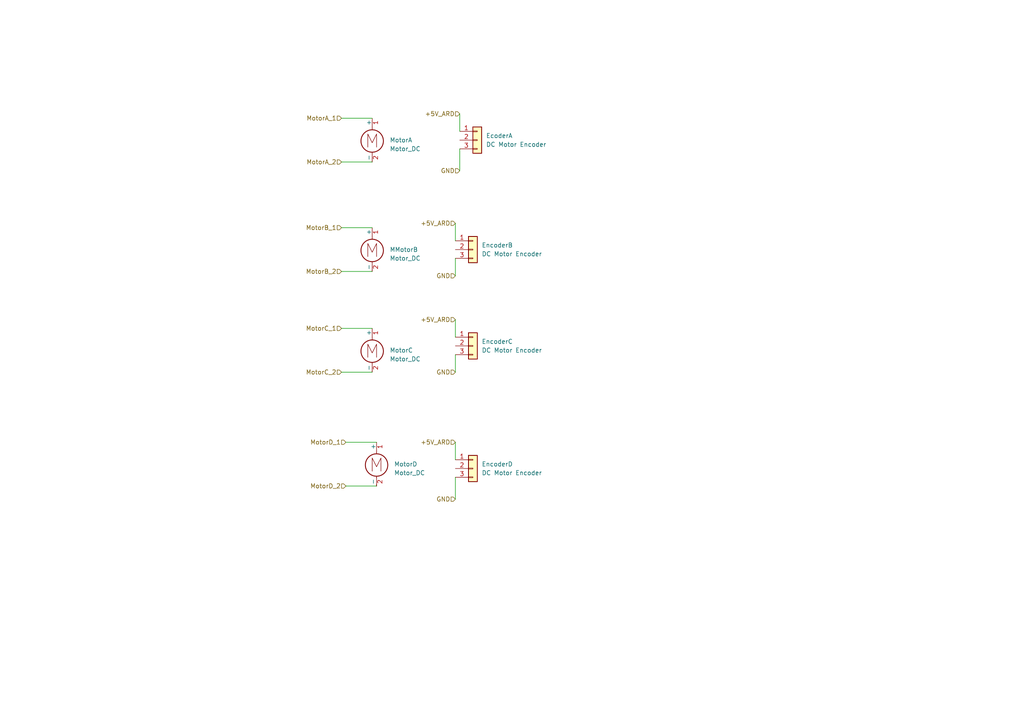
<source format=kicad_sch>
(kicad_sch
	(version 20250114)
	(generator "eeschema")
	(generator_version "9.0")
	(uuid "25d53212-260a-4f20-bc5c-c4605ec85310")
	(paper "A4")
	(lib_symbols
		(symbol "Connector_Generic:Conn_01x03"
			(pin_names
				(offset 1.016)
				(hide yes)
			)
			(exclude_from_sim no)
			(in_bom yes)
			(on_board yes)
			(property "Reference" "J"
				(at 0 5.08 0)
				(effects
					(font
						(size 1.27 1.27)
					)
				)
			)
			(property "Value" "Conn_01x03"
				(at 0 -5.08 0)
				(effects
					(font
						(size 1.27 1.27)
					)
				)
			)
			(property "Footprint" ""
				(at 0 0 0)
				(effects
					(font
						(size 1.27 1.27)
					)
					(hide yes)
				)
			)
			(property "Datasheet" "~"
				(at 0 0 0)
				(effects
					(font
						(size 1.27 1.27)
					)
					(hide yes)
				)
			)
			(property "Description" "Generic connector, single row, 01x03, script generated (kicad-library-utils/schlib/autogen/connector/)"
				(at 0 0 0)
				(effects
					(font
						(size 1.27 1.27)
					)
					(hide yes)
				)
			)
			(property "ki_keywords" "connector"
				(at 0 0 0)
				(effects
					(font
						(size 1.27 1.27)
					)
					(hide yes)
				)
			)
			(property "ki_fp_filters" "Connector*:*_1x??_*"
				(at 0 0 0)
				(effects
					(font
						(size 1.27 1.27)
					)
					(hide yes)
				)
			)
			(symbol "Conn_01x03_1_1"
				(rectangle
					(start -1.27 3.81)
					(end 1.27 -3.81)
					(stroke
						(width 0.254)
						(type default)
					)
					(fill
						(type background)
					)
				)
				(rectangle
					(start -1.27 2.667)
					(end 0 2.413)
					(stroke
						(width 0.1524)
						(type default)
					)
					(fill
						(type none)
					)
				)
				(rectangle
					(start -1.27 0.127)
					(end 0 -0.127)
					(stroke
						(width 0.1524)
						(type default)
					)
					(fill
						(type none)
					)
				)
				(rectangle
					(start -1.27 -2.413)
					(end 0 -2.667)
					(stroke
						(width 0.1524)
						(type default)
					)
					(fill
						(type none)
					)
				)
				(pin passive line
					(at -5.08 2.54 0)
					(length 3.81)
					(name "Pin_1"
						(effects
							(font
								(size 1.27 1.27)
							)
						)
					)
					(number "1"
						(effects
							(font
								(size 1.27 1.27)
							)
						)
					)
				)
				(pin passive line
					(at -5.08 0 0)
					(length 3.81)
					(name "Pin_2"
						(effects
							(font
								(size 1.27 1.27)
							)
						)
					)
					(number "2"
						(effects
							(font
								(size 1.27 1.27)
							)
						)
					)
				)
				(pin passive line
					(at -5.08 -2.54 0)
					(length 3.81)
					(name "Pin_3"
						(effects
							(font
								(size 1.27 1.27)
							)
						)
					)
					(number "3"
						(effects
							(font
								(size 1.27 1.27)
							)
						)
					)
				)
			)
			(embedded_fonts no)
		)
		(symbol "Motor:Motor_DC"
			(pin_names
				(offset 0)
			)
			(exclude_from_sim no)
			(in_bom yes)
			(on_board yes)
			(property "Reference" "M"
				(at 2.54 2.54 0)
				(effects
					(font
						(size 1.27 1.27)
					)
					(justify left)
				)
			)
			(property "Value" "Motor_DC"
				(at 2.54 -5.08 0)
				(effects
					(font
						(size 1.27 1.27)
					)
					(justify left top)
				)
			)
			(property "Footprint" ""
				(at 0 -2.286 0)
				(effects
					(font
						(size 1.27 1.27)
					)
					(hide yes)
				)
			)
			(property "Datasheet" "~"
				(at 0 -2.286 0)
				(effects
					(font
						(size 1.27 1.27)
					)
					(hide yes)
				)
			)
			(property "Description" "DC Motor"
				(at 0 0 0)
				(effects
					(font
						(size 1.27 1.27)
					)
					(hide yes)
				)
			)
			(property "ki_keywords" "DC Motor"
				(at 0 0 0)
				(effects
					(font
						(size 1.27 1.27)
					)
					(hide yes)
				)
			)
			(property "ki_fp_filters" "PinHeader*P2.54mm* TerminalBlock*"
				(at 0 0 0)
				(effects
					(font
						(size 1.27 1.27)
					)
					(hide yes)
				)
			)
			(symbol "Motor_DC_0_0"
				(polyline
					(pts
						(xy -1.27 -3.302) (xy -1.27 0.508) (xy 0 -2.032) (xy 1.27 0.508) (xy 1.27 -3.302)
					)
					(stroke
						(width 0)
						(type default)
					)
					(fill
						(type none)
					)
				)
			)
			(symbol "Motor_DC_0_1"
				(polyline
					(pts
						(xy 0 2.032) (xy 0 2.54)
					)
					(stroke
						(width 0)
						(type default)
					)
					(fill
						(type none)
					)
				)
				(polyline
					(pts
						(xy 0 1.7272) (xy 0 2.0828)
					)
					(stroke
						(width 0)
						(type default)
					)
					(fill
						(type none)
					)
				)
				(circle
					(center 0 -1.524)
					(radius 3.2512)
					(stroke
						(width 0.254)
						(type default)
					)
					(fill
						(type none)
					)
				)
				(polyline
					(pts
						(xy 0 -4.7752) (xy 0 -5.1816)
					)
					(stroke
						(width 0)
						(type default)
					)
					(fill
						(type none)
					)
				)
				(polyline
					(pts
						(xy 0 -7.62) (xy 0 -7.112)
					)
					(stroke
						(width 0)
						(type default)
					)
					(fill
						(type none)
					)
				)
			)
			(symbol "Motor_DC_1_1"
				(pin passive line
					(at 0 5.08 270)
					(length 2.54)
					(name "+"
						(effects
							(font
								(size 1.27 1.27)
							)
						)
					)
					(number "1"
						(effects
							(font
								(size 1.27 1.27)
							)
						)
					)
				)
				(pin passive line
					(at 0 -7.62 90)
					(length 2.54)
					(name "-"
						(effects
							(font
								(size 1.27 1.27)
							)
						)
					)
					(number "2"
						(effects
							(font
								(size 1.27 1.27)
							)
						)
					)
				)
			)
			(embedded_fonts no)
		)
	)
	(wire
		(pts
			(xy 132.08 74.93) (xy 132.08 80.01)
		)
		(stroke
			(width 0)
			(type default)
		)
		(uuid "0d00ac9a-da4f-490c-bd38-4a935785483e")
	)
	(wire
		(pts
			(xy 132.08 128.27) (xy 132.08 133.35)
		)
		(stroke
			(width 0)
			(type default)
		)
		(uuid "14e5b066-5f95-41c9-83e8-daf368793a45")
	)
	(wire
		(pts
			(xy 132.08 92.71) (xy 132.08 97.79)
		)
		(stroke
			(width 0)
			(type default)
		)
		(uuid "1e1161b6-17fa-4461-81d8-d38b7b2b9ae4")
	)
	(wire
		(pts
			(xy 99.06 78.74) (xy 107.95 78.74)
		)
		(stroke
			(width 0)
			(type default)
		)
		(uuid "4d1c670c-e6df-47ce-a0c0-df0e5e82e20a")
	)
	(wire
		(pts
			(xy 99.06 34.29) (xy 107.95 34.29)
		)
		(stroke
			(width 0)
			(type default)
		)
		(uuid "4d6d91bb-4a85-4a0b-b1a2-dd54d367c15f")
	)
	(wire
		(pts
			(xy 99.06 46.99) (xy 107.95 46.99)
		)
		(stroke
			(width 0)
			(type default)
		)
		(uuid "4e3b19fc-74f3-4898-a98c-a870fcc7a937")
	)
	(wire
		(pts
			(xy 99.06 95.25) (xy 107.95 95.25)
		)
		(stroke
			(width 0)
			(type default)
		)
		(uuid "774d2b42-c540-49c4-8b51-ae94e22c3960")
	)
	(wire
		(pts
			(xy 99.06 66.04) (xy 107.95 66.04)
		)
		(stroke
			(width 0)
			(type default)
		)
		(uuid "838c30cb-5d96-4f70-8b22-49426f22a115")
	)
	(wire
		(pts
			(xy 133.35 43.18) (xy 133.35 49.53)
		)
		(stroke
			(width 0)
			(type default)
		)
		(uuid "90c1d9a8-d0d0-49aa-a7e6-bae72e59e4e2")
	)
	(wire
		(pts
			(xy 132.08 102.87) (xy 132.08 107.95)
		)
		(stroke
			(width 0)
			(type default)
		)
		(uuid "a1577218-6b3b-4494-a618-cb0f8c40d254")
	)
	(wire
		(pts
			(xy 100.33 128.27) (xy 109.22 128.27)
		)
		(stroke
			(width 0)
			(type default)
		)
		(uuid "a62469e0-a3ff-4a0e-afa4-c9a38be270d2")
	)
	(wire
		(pts
			(xy 132.08 64.77) (xy 132.08 69.85)
		)
		(stroke
			(width 0)
			(type default)
		)
		(uuid "baf7a07c-e347-40de-a523-c1ffdf3f62b8")
	)
	(wire
		(pts
			(xy 133.35 33.02) (xy 133.35 38.1)
		)
		(stroke
			(width 0)
			(type default)
		)
		(uuid "c3853f07-4ee1-4393-90b7-05a37c12c404")
	)
	(wire
		(pts
			(xy 100.33 140.97) (xy 109.22 140.97)
		)
		(stroke
			(width 0)
			(type default)
		)
		(uuid "cc44fb0f-f252-45c1-b533-ba389f7b55f6")
	)
	(wire
		(pts
			(xy 132.08 138.43) (xy 132.08 144.78)
		)
		(stroke
			(width 0)
			(type default)
		)
		(uuid "d1775708-0cf8-4e05-9f21-b3beee3f5911")
	)
	(wire
		(pts
			(xy 99.06 107.95) (xy 107.95 107.95)
		)
		(stroke
			(width 0)
			(type default)
		)
		(uuid "d74afcfc-95e3-4304-84af-ee14d2bb1ce4")
	)
	(hierarchical_label "MotorA_1"
		(shape input)
		(at 99.06 34.29 180)
		(effects
			(font
				(size 1.27 1.27)
			)
			(justify right)
		)
		(uuid "0d03891d-5eea-43db-a6da-a057e5b7a365")
	)
	(hierarchical_label "GND"
		(shape input)
		(at 133.35 49.53 180)
		(effects
			(font
				(size 1.27 1.27)
			)
			(justify right)
		)
		(uuid "11296a58-aeac-493f-b5ff-eb926bda3dc5")
	)
	(hierarchical_label "MotorA_2"
		(shape input)
		(at 99.06 46.99 180)
		(effects
			(font
				(size 1.27 1.27)
			)
			(justify right)
		)
		(uuid "1934bf24-e35c-465d-bb0a-cad1dd91a1cd")
	)
	(hierarchical_label "MotorB_2"
		(shape input)
		(at 99.06 78.74 180)
		(effects
			(font
				(size 1.27 1.27)
			)
			(justify right)
		)
		(uuid "1b047c31-cd5d-4506-afa6-6566aeeac47e")
	)
	(hierarchical_label "MotorD_1"
		(shape input)
		(at 100.33 128.27 180)
		(effects
			(font
				(size 1.27 1.27)
			)
			(justify right)
		)
		(uuid "2fac163a-0436-438f-8f5e-93149faa201f")
	)
	(hierarchical_label "MotorC_1"
		(shape input)
		(at 99.06 95.25 180)
		(effects
			(font
				(size 1.27 1.27)
			)
			(justify right)
		)
		(uuid "3184687b-8025-4b58-b138-80ea682decae")
	)
	(hierarchical_label "GND"
		(shape input)
		(at 132.08 80.01 180)
		(effects
			(font
				(size 1.27 1.27)
			)
			(justify right)
		)
		(uuid "31e0f20e-8399-4903-97aa-f9558a5b1cb6")
	)
	(hierarchical_label "+5V_ARD"
		(shape input)
		(at 132.08 128.27 180)
		(effects
			(font
				(size 1.27 1.27)
			)
			(justify right)
		)
		(uuid "31f746ec-732c-4714-99f5-aea46d655931")
	)
	(hierarchical_label "+5V_ARD"
		(shape input)
		(at 133.35 33.02 180)
		(effects
			(font
				(size 1.27 1.27)
			)
			(justify right)
		)
		(uuid "4f835e8c-c92d-483a-b9de-26f0f8a2f7b3")
	)
	(hierarchical_label "MotorB_1"
		(shape input)
		(at 99.06 66.04 180)
		(effects
			(font
				(size 1.27 1.27)
			)
			(justify right)
		)
		(uuid "5d6266d2-4968-49b8-b9c9-17c0f49e0657")
	)
	(hierarchical_label "GND"
		(shape input)
		(at 132.08 144.78 180)
		(effects
			(font
				(size 1.27 1.27)
			)
			(justify right)
		)
		(uuid "69c101ac-b79c-486d-8e06-330a61d19084")
	)
	(hierarchical_label "+5V_ARD"
		(shape input)
		(at 132.08 64.77 180)
		(effects
			(font
				(size 1.27 1.27)
			)
			(justify right)
		)
		(uuid "a0159a3e-5ac1-4704-9cc5-642e32644058")
	)
	(hierarchical_label "MotorC_2"
		(shape input)
		(at 99.06 107.95 180)
		(effects
			(font
				(size 1.27 1.27)
			)
			(justify right)
		)
		(uuid "a2f93a80-9b78-4b4a-b2d8-c43fbf24db6e")
	)
	(hierarchical_label "MotorD_2"
		(shape input)
		(at 100.33 140.97 180)
		(effects
			(font
				(size 1.27 1.27)
			)
			(justify right)
		)
		(uuid "cd34b4e2-c48d-4a1a-b2b5-5017444fec1a")
	)
	(hierarchical_label "GND"
		(shape input)
		(at 132.08 107.95 180)
		(effects
			(font
				(size 1.27 1.27)
			)
			(justify right)
		)
		(uuid "d6aaa024-3d49-4604-9f0b-51522d7434b0")
	)
	(hierarchical_label "+5V_ARD"
		(shape input)
		(at 132.08 92.71 180)
		(effects
			(font
				(size 1.27 1.27)
			)
			(justify right)
		)
		(uuid "ec8ea8f0-149e-4383-991e-20a63baf5949")
	)
	(symbol
		(lib_id "Motor:Motor_DC")
		(at 107.95 39.37 0)
		(unit 1)
		(exclude_from_sim no)
		(in_bom yes)
		(on_board yes)
		(dnp no)
		(fields_autoplaced yes)
		(uuid "05dcbbe6-a830-449c-aac0-25735349ae42")
		(property "Reference" "MotorA"
			(at 113.03 40.6399 0)
			(effects
				(font
					(size 1.27 1.27)
				)
				(justify left)
			)
		)
		(property "Value" "Motor_DC"
			(at 113.03 43.1799 0)
			(effects
				(font
					(size 1.27 1.27)
				)
				(justify left)
			)
		)
		(property "Footprint" ""
			(at 107.95 41.656 0)
			(effects
				(font
					(size 1.27 1.27)
				)
				(hide yes)
			)
		)
		(property "Datasheet" "~"
			(at 107.95 41.656 0)
			(effects
				(font
					(size 1.27 1.27)
				)
				(hide yes)
			)
		)
		(property "Description" "DC Motor"
			(at 107.95 39.37 0)
			(effects
				(font
					(size 1.27 1.27)
				)
				(hide yes)
			)
		)
		(pin "2"
			(uuid "966a73be-ae0a-452e-bcaf-1f2b83531ef7")
		)
		(pin "1"
			(uuid "89ffef60-4988-4b99-8fa9-6ed18d7cafe5")
		)
		(instances
			(project ""
				(path "/8b628cf2-f5c8-4ee4-ba10-6a5a6149387b/39bc7b3d-c4c2-49d2-8da4-0e7aee18b867"
					(reference "MotorA")
					(unit 1)
				)
			)
		)
	)
	(symbol
		(lib_id "Connector_Generic:Conn_01x03")
		(at 137.16 100.33 0)
		(unit 1)
		(exclude_from_sim no)
		(in_bom yes)
		(on_board yes)
		(dnp no)
		(fields_autoplaced yes)
		(uuid "0e4ed92a-4b9e-4b71-8330-db8f90bd681a")
		(property "Reference" "EncoderC"
			(at 139.7 99.0599 0)
			(effects
				(font
					(size 1.27 1.27)
				)
				(justify left)
			)
		)
		(property "Value" "DC Motor Encoder"
			(at 139.7 101.5999 0)
			(effects
				(font
					(size 1.27 1.27)
				)
				(justify left)
			)
		)
		(property "Footprint" "Package_SO:SSOP-16_5.3x6.2mm_P0.65mm"
			(at 137.16 100.33 0)
			(effects
				(font
					(size 1.27 1.27)
				)
				(hide yes)
			)
		)
		(property "Datasheet" "~"
			(at 137.16 100.33 0)
			(effects
				(font
					(size 1.27 1.27)
				)
				(hide yes)
			)
		)
		(property "Description" "Generic connector, single row, 01x03, script generated (kicad-library-utils/schlib/autogen/connector/)"
			(at 137.16 100.33 0)
			(effects
				(font
					(size 1.27 1.27)
				)
				(hide yes)
			)
		)
		(pin "2"
			(uuid "fd2adb48-0010-473f-b4da-3a98755b9ce2")
		)
		(pin "1"
			(uuid "923c00eb-d027-4125-b5e5-14c9923b2379")
		)
		(pin "3"
			(uuid "69b2aef7-47a8-4d94-844c-3d0d470b923c")
		)
		(instances
			(project "SmartCar"
				(path "/8b628cf2-f5c8-4ee4-ba10-6a5a6149387b/39bc7b3d-c4c2-49d2-8da4-0e7aee18b867"
					(reference "EncoderC")
					(unit 1)
				)
			)
		)
	)
	(symbol
		(lib_id "Connector_Generic:Conn_01x03")
		(at 137.16 72.39 0)
		(unit 1)
		(exclude_from_sim no)
		(in_bom yes)
		(on_board yes)
		(dnp no)
		(fields_autoplaced yes)
		(uuid "0e4ed92a-4b9e-4b71-8330-db8f90bd681a")
		(property "Reference" "EncoderB"
			(at 139.7 71.1199 0)
			(effects
				(font
					(size 1.27 1.27)
				)
				(justify left)
			)
		)
		(property "Value" "DC Motor Encoder"
			(at 139.7 73.6599 0)
			(effects
				(font
					(size 1.27 1.27)
				)
				(justify left)
			)
		)
		(property "Footprint" "Package_SO:SSOP-16_5.3x6.2mm_P0.65mm"
			(at 137.16 72.39 0)
			(effects
				(font
					(size 1.27 1.27)
				)
				(hide yes)
			)
		)
		(property "Datasheet" "~"
			(at 137.16 72.39 0)
			(effects
				(font
					(size 1.27 1.27)
				)
				(hide yes)
			)
		)
		(property "Description" "Generic connector, single row, 01x03, script generated (kicad-library-utils/schlib/autogen/connector/)"
			(at 137.16 72.39 0)
			(effects
				(font
					(size 1.27 1.27)
				)
				(hide yes)
			)
		)
		(pin "2"
			(uuid "fd2adb48-0010-473f-b4da-3a98755b9ce2")
		)
		(pin "1"
			(uuid "923c00eb-d027-4125-b5e5-14c9923b2379")
		)
		(pin "3"
			(uuid "69b2aef7-47a8-4d94-844c-3d0d470b923c")
		)
		(instances
			(project "SmartCar"
				(path "/8b628cf2-f5c8-4ee4-ba10-6a5a6149387b/39bc7b3d-c4c2-49d2-8da4-0e7aee18b867"
					(reference "EncoderB")
					(unit 1)
				)
			)
		)
	)
	(symbol
		(lib_id "Connector_Generic:Conn_01x03")
		(at 138.43 40.64 0)
		(unit 1)
		(exclude_from_sim no)
		(in_bom yes)
		(on_board yes)
		(dnp no)
		(fields_autoplaced yes)
		(uuid "0e4ed92a-4b9e-4b71-8330-db8f90bd681a")
		(property "Reference" "EcoderA"
			(at 140.97 39.3699 0)
			(effects
				(font
					(size 1.27 1.27)
				)
				(justify left)
			)
		)
		(property "Value" "DC Motor Encoder"
			(at 140.97 41.9099 0)
			(effects
				(font
					(size 1.27 1.27)
				)
				(justify left)
			)
		)
		(property "Footprint" "Package_SO:SSOP-16_5.3x6.2mm_P0.65mm"
			(at 138.43 40.64 0)
			(effects
				(font
					(size 1.27 1.27)
				)
				(hide yes)
			)
		)
		(property "Datasheet" "~"
			(at 138.43 40.64 0)
			(effects
				(font
					(size 1.27 1.27)
				)
				(hide yes)
			)
		)
		(property "Description" "Generic connector, single row, 01x03, script generated (kicad-library-utils/schlib/autogen/connector/)"
			(at 138.43 40.64 0)
			(effects
				(font
					(size 1.27 1.27)
				)
				(hide yes)
			)
		)
		(pin "2"
			(uuid "fd2adb48-0010-473f-b4da-3a98755b9ce2")
		)
		(pin "1"
			(uuid "923c00eb-d027-4125-b5e5-14c9923b2379")
		)
		(pin "3"
			(uuid "69b2aef7-47a8-4d94-844c-3d0d470b923c")
		)
		(instances
			(project ""
				(path "/8b628cf2-f5c8-4ee4-ba10-6a5a6149387b/39bc7b3d-c4c2-49d2-8da4-0e7aee18b867"
					(reference "EcoderA")
					(unit 1)
				)
			)
		)
	)
	(symbol
		(lib_id "Connector_Generic:Conn_01x03")
		(at 137.16 135.89 0)
		(unit 1)
		(exclude_from_sim no)
		(in_bom yes)
		(on_board yes)
		(dnp no)
		(fields_autoplaced yes)
		(uuid "0e4ed92a-4b9e-4b71-8330-db8f90bd681a")
		(property "Reference" "EncoderD"
			(at 139.7 134.6199 0)
			(effects
				(font
					(size 1.27 1.27)
				)
				(justify left)
			)
		)
		(property "Value" "DC Motor Encoder"
			(at 139.7 137.1599 0)
			(effects
				(font
					(size 1.27 1.27)
				)
				(justify left)
			)
		)
		(property "Footprint" "Package_SO:SSOP-16_5.3x6.2mm_P0.65mm"
			(at 137.16 135.89 0)
			(effects
				(font
					(size 1.27 1.27)
				)
				(hide yes)
			)
		)
		(property "Datasheet" "~"
			(at 137.16 135.89 0)
			(effects
				(font
					(size 1.27 1.27)
				)
				(hide yes)
			)
		)
		(property "Description" "Generic connector, single row, 01x03, script generated (kicad-library-utils/schlib/autogen/connector/)"
			(at 137.16 135.89 0)
			(effects
				(font
					(size 1.27 1.27)
				)
				(hide yes)
			)
		)
		(pin "2"
			(uuid "fd2adb48-0010-473f-b4da-3a98755b9ce2")
		)
		(pin "1"
			(uuid "923c00eb-d027-4125-b5e5-14c9923b2379")
		)
		(pin "3"
			(uuid "69b2aef7-47a8-4d94-844c-3d0d470b923c")
		)
		(instances
			(project "SmartCar"
				(path "/8b628cf2-f5c8-4ee4-ba10-6a5a6149387b/39bc7b3d-c4c2-49d2-8da4-0e7aee18b867"
					(reference "EncoderD")
					(unit 1)
				)
			)
		)
	)
	(symbol
		(lib_id "Motor:Motor_DC")
		(at 107.95 71.12 0)
		(unit 1)
		(exclude_from_sim no)
		(in_bom yes)
		(on_board yes)
		(dnp no)
		(fields_autoplaced yes)
		(uuid "8e77f3c5-789d-4d0f-9406-f8479d56ba63")
		(property "Reference" "MMotorB"
			(at 113.03 72.3899 0)
			(effects
				(font
					(size 1.27 1.27)
				)
				(justify left)
			)
		)
		(property "Value" "Motor_DC"
			(at 113.03 74.9299 0)
			(effects
				(font
					(size 1.27 1.27)
				)
				(justify left)
			)
		)
		(property "Footprint" ""
			(at 107.95 73.406 0)
			(effects
				(font
					(size 1.27 1.27)
				)
				(hide yes)
			)
		)
		(property "Datasheet" "~"
			(at 107.95 73.406 0)
			(effects
				(font
					(size 1.27 1.27)
				)
				(hide yes)
			)
		)
		(property "Description" "DC Motor"
			(at 107.95 71.12 0)
			(effects
				(font
					(size 1.27 1.27)
				)
				(hide yes)
			)
		)
		(pin "2"
			(uuid "b267c116-f6b6-44d1-b7e1-da723b9c63d1")
		)
		(pin "1"
			(uuid "405938cc-4178-457d-aac2-96d84947add3")
		)
		(instances
			(project "SmartCar"
				(path "/8b628cf2-f5c8-4ee4-ba10-6a5a6149387b/39bc7b3d-c4c2-49d2-8da4-0e7aee18b867"
					(reference "MMotorB")
					(unit 1)
				)
			)
		)
	)
	(symbol
		(lib_id "Motor:Motor_DC")
		(at 107.95 100.33 0)
		(unit 1)
		(exclude_from_sim no)
		(in_bom yes)
		(on_board yes)
		(dnp no)
		(fields_autoplaced yes)
		(uuid "ca9552cc-e9d5-4e3f-ae43-2ce22de52825")
		(property "Reference" "MotorC"
			(at 113.03 101.5999 0)
			(effects
				(font
					(size 1.27 1.27)
				)
				(justify left)
			)
		)
		(property "Value" "Motor_DC"
			(at 113.03 104.1399 0)
			(effects
				(font
					(size 1.27 1.27)
				)
				(justify left)
			)
		)
		(property "Footprint" ""
			(at 107.95 102.616 0)
			(effects
				(font
					(size 1.27 1.27)
				)
				(hide yes)
			)
		)
		(property "Datasheet" "~"
			(at 107.95 102.616 0)
			(effects
				(font
					(size 1.27 1.27)
				)
				(hide yes)
			)
		)
		(property "Description" "DC Motor"
			(at 107.95 100.33 0)
			(effects
				(font
					(size 1.27 1.27)
				)
				(hide yes)
			)
		)
		(pin "2"
			(uuid "c81dd14f-917b-4248-9457-af375fd7b583")
		)
		(pin "1"
			(uuid "455de211-5fd9-4c0c-852f-a27688a140de")
		)
		(instances
			(project "SmartCar"
				(path "/8b628cf2-f5c8-4ee4-ba10-6a5a6149387b/39bc7b3d-c4c2-49d2-8da4-0e7aee18b867"
					(reference "MotorC")
					(unit 1)
				)
			)
		)
	)
	(symbol
		(lib_id "Motor:Motor_DC")
		(at 109.22 133.35 0)
		(unit 1)
		(exclude_from_sim no)
		(in_bom yes)
		(on_board yes)
		(dnp no)
		(fields_autoplaced yes)
		(uuid "fdbfdd7e-11f3-432f-9771-50f0f2ddffcb")
		(property "Reference" "MotorD"
			(at 114.3 134.6199 0)
			(effects
				(font
					(size 1.27 1.27)
				)
				(justify left)
			)
		)
		(property "Value" "Motor_DC"
			(at 114.3 137.1599 0)
			(effects
				(font
					(size 1.27 1.27)
				)
				(justify left)
			)
		)
		(property "Footprint" ""
			(at 109.22 135.636 0)
			(effects
				(font
					(size 1.27 1.27)
				)
				(hide yes)
			)
		)
		(property "Datasheet" "~"
			(at 109.22 135.636 0)
			(effects
				(font
					(size 1.27 1.27)
				)
				(hide yes)
			)
		)
		(property "Description" "DC Motor"
			(at 109.22 133.35 0)
			(effects
				(font
					(size 1.27 1.27)
				)
				(hide yes)
			)
		)
		(pin "2"
			(uuid "1bbb47c6-0578-44ed-a2c7-a849a2c2559e")
		)
		(pin "1"
			(uuid "04e6f8b0-3179-4527-8df8-650025df7b3c")
		)
		(instances
			(project "SmartCar"
				(path "/8b628cf2-f5c8-4ee4-ba10-6a5a6149387b/39bc7b3d-c4c2-49d2-8da4-0e7aee18b867"
					(reference "MotorD")
					(unit 1)
				)
			)
		)
	)
)

</source>
